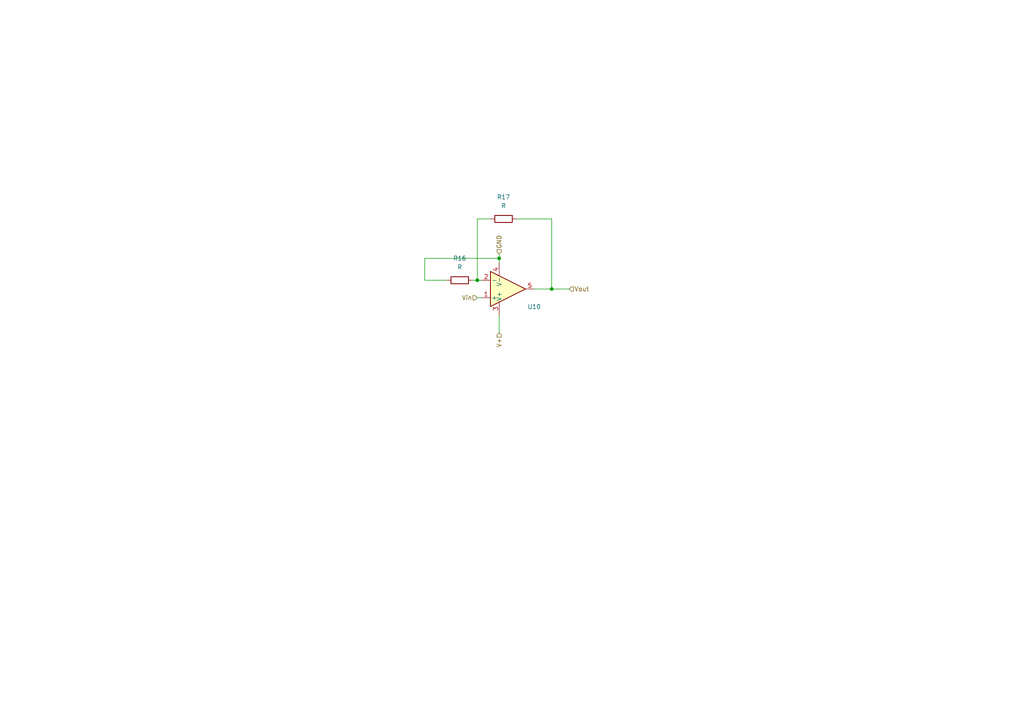
<source format=kicad_sch>
(kicad_sch (version 20250114) (generator "eeschema") (generator_version "9.0")
  (paper "A4")
  (lib_symbols
    (symbol "Device:R" (pin_numbers (hide yes)) (pin_names (offset 0))
      (property "Reference" "R" (at 2.032 0 90))
      (property "Value" "R" (at 0 0 90))
      (symbol "R_0_1"
        (rectangle (start -1.016 -2.54) (end 1.016 2.54) (stroke (width 0.254)))
      )
      (symbol "R_1_1"
        (pin passive line (at 0 3.81 270) (length 1.27) (name "~") (number "1"))
        (pin passive line (at 0 -3.81 90) (length 1.27) (name "~") (number "2"))
      )
    )
    (symbol "Simulation_SPICE:OPAMP" (pin_names (offset 0.254))
      (property "Reference" "U" (at 3.81 3.175 0))
      (property "Value" "${SIM.PARAMS}" (at 3.81 -3.175 0))
      (symbol "OPAMP_0_1"
        (polyline (pts (xy 5.08 0) (xy -5.08 5.08) (xy -5.08 -5.08) (xy 5.08 0)) (stroke (width 0.254)) (fill (type background)))
      )
      (symbol "OPAMP_1_1"
        (pin input line (at -7.62 2.54 0) (length 2.54) (name "+") (number "1"))
        (pin input line (at -7.62 -2.54 0) (length 2.54) (name "-") (number "2"))
        (pin power_in line (at -2.54 7.62 270) (length 3.81) (name "V+") (number "3"))
        (pin power_in line (at -2.54 -7.62 90) (length 3.81) (name "V-") (number "4"))
        (pin output line (at 7.62 0 180) (length 2.54) (name "~") (number "5"))
      )
    )
  )
  (junction (at 138.43 81.28))
  (junction (at 144.78 74.93))
  (junction (at 160.02 83.82))
  (wire (pts (xy 144.78 91.44) (xy 144.78 96.52)))
  (wire (pts (xy 160.02 63.5) (xy 149.86 63.5)))
  (wire (pts (xy 160.02 83.82) (xy 165.1 83.82)))
  (wire (pts (xy 138.43 63.5) (xy 138.43 81.28)))
  (wire (pts (xy 123.19 74.93) (xy 144.78 74.93)))
  (wire (pts (xy 142.24 63.5) (xy 138.43 63.5)))
  (wire (pts (xy 144.78 73.66) (xy 144.78 74.93)))
  (wire (pts (xy 123.19 81.28) (xy 123.19 74.93)))
  (wire (pts (xy 160.02 83.82) (xy 160.02 63.5)))
  (wire (pts (xy 144.78 74.93) (xy 144.78 76.2)))
  (wire (pts (xy 129.54 81.28) (xy 123.19 81.28)))
  (wire (pts (xy 138.43 81.28) (xy 139.7 81.28)))
  (wire (pts (xy 138.43 86.36) (xy 139.7 86.36)))
  (wire (pts (xy 154.94 83.82) (xy 160.02 83.82)))
  (wire (pts (xy 138.43 81.28) (xy 137.16 81.28)))
  (hierarchical_label "V+" (shape input) (at 144.78 96.52 270))
  (hierarchical_label "Vin" (shape input) (at 138.43 86.36 180))
  (hierarchical_label "Vout" (shape input) (at 165.1 83.82 0))
  (hierarchical_label "GND" (shape input) (at 144.78 73.66 90))
  (symbol (lib_id "Device:R") (at 146.05 63.5 90) (unit 1)
    (property "Reference" "R3" (at 146.05 57.15 90))
    (property "Value" "R" (at 146.05 59.69 90))
    (property "Footprint" "Resistor_SMD:R_0201_0603Metric_Pad0.64x0.40mm_HandSolder" (effects (hide yes)))
    (property "Description" "Resistor" (effects (hide yes)))
    (instances (project "Capstone" (path "" (reference "R17") (unit 1)) (path "" (reference "R13") (unit 1)) (path "" (reference "R11") (unit 1)) (path "" (reference "R7") (unit 1)) (path "" (reference "R9") (unit 1)) (path "" (reference "R5") (unit 1)) (path "" (reference "R3") (unit 1)) (path "" (reference "R15") (unit 1))))
  )
  (symbol (lib_id "Device:R") (at 133.35 81.28 90) (unit 1)
    (property "Reference" "R2" (at 133.35 74.93 90))
    (property "Value" "R" (at 133.35 77.47 90))
    (property "Footprint" "Resistor_SMD:R_0201_0603Metric_Pad0.64x0.40mm_HandSolder" (effects (hide yes)))
    (property "Description" "Resistor" (effects (hide yes)))
    (instances (project "Capstone" (path "" (reference "R16") (unit 1)) (path "" (reference "R12") (unit 1)) (path "" (reference "R10") (unit 1)) (path "" (reference "R6") (unit 1)) (path "" (reference "R8") (unit 1)) (path "" (reference "R4") (unit 1)) (path "" (reference "R2") (unit 1)) (path "" (reference "R14") (unit 1))))
  )
  (symbol (lib_id "Simulation_SPICE:OPAMP") (at 147.32 83.82 0) (mirror x) (unit 1)
    (property "Reference" "U2" (at 154.94 88.9702 0))
    (property "Value" "${SIM.PARAMS}" (at 154.94 87.0651 0))
    (property "Footprint" "Package_SO:SOIC-8-1EP_3.9x4.9mm_P1.27mm_EP2.29x3mm" (effects (hide yes)))
    (property "Datasheet" "https://ngspice.sourceforge.io/docs/ngspice-html-manual/manual.xhtml#sec__SUBCKT_Subcircuits" (effects (hide yes)))
    (property "Description" "Operational amplifier, single" (effects (hide yes)))
    (property "Sim.Pins" "1=in+ 2=in- 3=vcc 4=vee 5=out" (effects (hide yes)))
    (property "Sim.Device" "SUBCKT" (effects (hide yes)))
    (property "Sim.Library" "${KICAD9_SYMBOL_DIR}/Simulation_SPICE.sp" (effects (hide yes)))
    (property "Sim.Name" "kicad_builtin_opamp" (effects (hide yes)))
    (instances (project "Capstone" (path "" (reference "U10") (unit 1)) (path "" (reference "U8") (unit 1)) (path "" (reference "U7") (unit 1)) (path "" (reference "U5") (unit 1)) (path "" (reference "U6") (unit 1)) (path "" (reference "U4") (unit 1)) (path "" (reference "U2") (unit 1)) (path "" (reference "U9") (unit 1))))
  )
)
</source>
